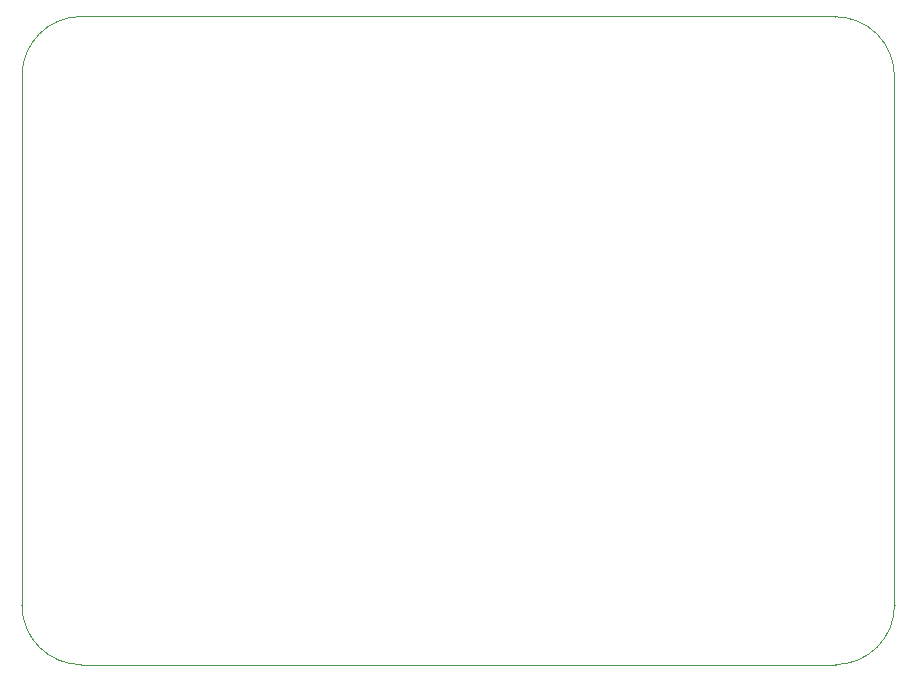
<source format=gbr>
%TF.GenerationSoftware,Altium Limited,Altium Designer,20.1.12 (249)*%
G04 Layer_Color=0*
%FSLAX26Y26*%
%MOIN*%
%TF.SameCoordinates,73CAA688-106B-4C54-AD3F-6D0582A263F4*%
%TF.FilePolarity,Positive*%
%TF.FileFunction,Profile,NP*%
%TF.Part,Single*%
G01*
G75*
%TA.AperFunction,Profile*%
%ADD13C,0.001000*%
D13*
X5000Y202885D02*
G03*
X202886Y5000I197885J0D01*
G01*
Y5131D01*
X2718120Y5132D01*
X2715550Y5145D01*
D02*
G03*
X2913433Y203029I0J197883D01*
G01*
X2913189Y202777D01*
Y1967364D01*
X2913053Y1966946D01*
D02*
G03*
X2715133Y2164866I-197920J0D01*
G01*
X2717238Y2165486D01*
X203090D01*
Y2165658D01*
D02*
G03*
X5000Y1967568I0J-198090D01*
G01*
Y1967568D01*
X5000Y202885D01*
%TF.MD5,0464b7f69551b825d9980536a816e71d*%
M02*

</source>
